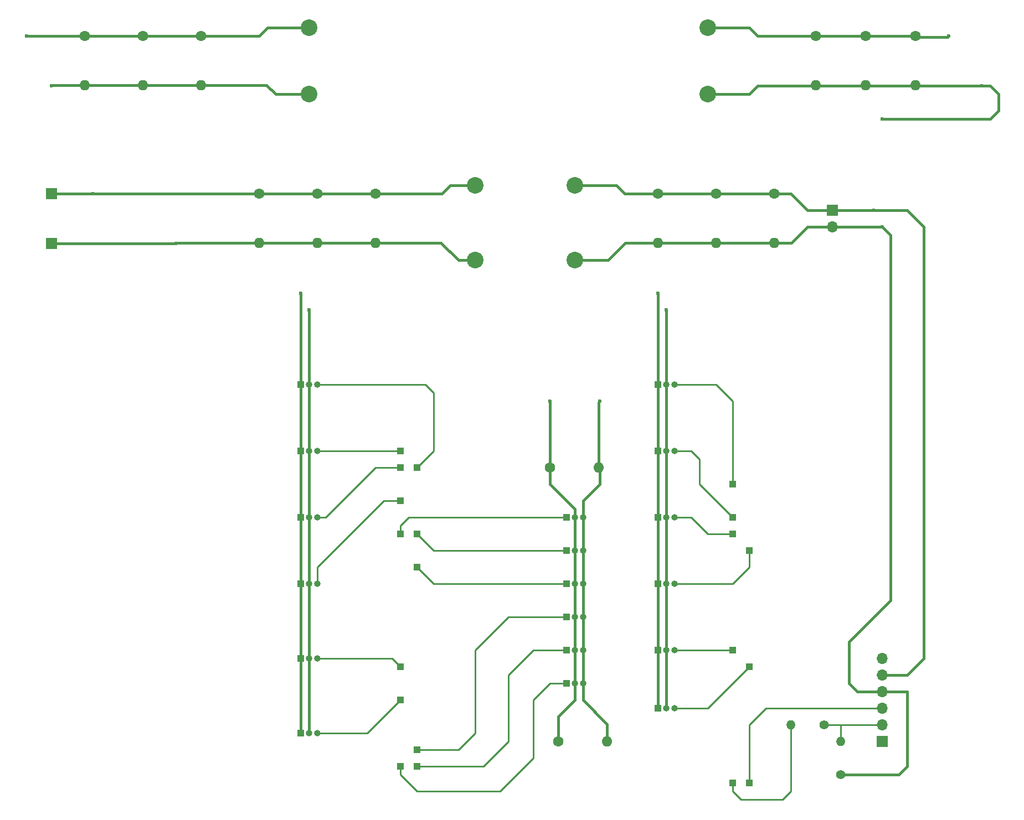
<source format=gbr>
G04 #@! TF.FileFunction,Copper,L1,Top,Signal*
%FSLAX46Y46*%
G04 Gerber Fmt 4.6, Leading zero omitted, Abs format (unit mm)*
G04 Created by KiCad (PCBNEW 4.0.7) date 11/30/18 16:36:38*
%MOMM*%
%LPD*%
G01*
G04 APERTURE LIST*
%ADD10C,0.100000*%
%ADD11C,2.540000*%
%ADD12R,1.700000X1.700000*%
%ADD13O,1.700000X1.700000*%
%ADD14C,1.400000*%
%ADD15O,1.400000X1.400000*%
%ADD16R,1.000000X1.000000*%
%ADD17O,1.000000X1.000000*%
%ADD18C,1.600000*%
%ADD19O,1.600000X1.600000*%
%ADD20C,0.600000*%
%ADD21C,0.250000*%
%ADD22C,0.400000*%
G04 APERTURE END LIST*
D10*
D11*
X95250000Y-27940000D03*
X156210000Y-27940000D03*
X156210000Y-38100000D03*
X95250000Y-38100000D03*
D12*
X182880000Y-137160000D03*
D13*
X182880000Y-134620000D03*
X182880000Y-132080000D03*
X182880000Y-129540000D03*
X182880000Y-127000000D03*
X182880000Y-124460000D03*
D12*
X175260000Y-55880000D03*
D13*
X175260000Y-58420000D03*
D14*
X173990000Y-134620000D03*
D15*
X168910000Y-134620000D03*
D14*
X176530000Y-142240000D03*
D15*
X176530000Y-137160000D03*
D16*
X162560000Y-143510000D03*
X109220000Y-125730000D03*
X160020000Y-97790000D03*
X160020000Y-102870000D03*
X160020000Y-105410000D03*
X109220000Y-140970000D03*
X111760000Y-140970000D03*
X111760000Y-138430000D03*
X160020000Y-123190000D03*
X162560000Y-125730000D03*
X160020000Y-143510000D03*
X109220000Y-95250000D03*
X111760000Y-95250000D03*
X109220000Y-92710000D03*
X109220000Y-130810000D03*
X162560000Y-107950000D03*
X111760000Y-110490000D03*
X109220000Y-105410000D03*
X111760000Y-105410000D03*
X109220000Y-100330000D03*
X134620000Y-102870000D03*
D17*
X135890000Y-102870000D03*
X137160000Y-102870000D03*
D16*
X134620000Y-113030000D03*
D17*
X135890000Y-113030000D03*
X137160000Y-113030000D03*
D16*
X134620000Y-107950000D03*
D17*
X135890000Y-107950000D03*
X137160000Y-107950000D03*
D16*
X134620000Y-123190000D03*
D17*
X135890000Y-123190000D03*
X137160000Y-123190000D03*
D16*
X134620000Y-118110000D03*
D17*
X135890000Y-118110000D03*
X137160000Y-118110000D03*
D16*
X134620000Y-128270000D03*
D17*
X135890000Y-128270000D03*
X137160000Y-128270000D03*
D16*
X148590000Y-82550000D03*
D17*
X149860000Y-82550000D03*
X151130000Y-82550000D03*
D16*
X93980000Y-124460000D03*
D17*
X95250000Y-124460000D03*
X96520000Y-124460000D03*
D16*
X148590000Y-102870000D03*
D17*
X149860000Y-102870000D03*
X151130000Y-102870000D03*
D16*
X148590000Y-92710000D03*
D17*
X149860000Y-92710000D03*
X151130000Y-92710000D03*
D16*
X148590000Y-132080000D03*
D17*
X149860000Y-132080000D03*
X151130000Y-132080000D03*
D16*
X148590000Y-123190000D03*
D17*
X149860000Y-123190000D03*
X151130000Y-123190000D03*
D16*
X93980000Y-92710000D03*
D17*
X95250000Y-92710000D03*
X96520000Y-92710000D03*
D16*
X93980000Y-113030000D03*
D17*
X95250000Y-113030000D03*
X96520000Y-113030000D03*
D16*
X93980000Y-135890000D03*
D17*
X95250000Y-135890000D03*
X96520000Y-135890000D03*
D16*
X93980000Y-102870000D03*
D17*
X95250000Y-102870000D03*
X96520000Y-102870000D03*
D16*
X93980000Y-82550000D03*
D17*
X95250000Y-82550000D03*
X96520000Y-82550000D03*
D16*
X148590000Y-113030000D03*
D17*
X149860000Y-113030000D03*
X151130000Y-113030000D03*
D18*
X78740000Y-29210000D03*
D19*
X78740000Y-36710000D03*
D18*
X69850000Y-29210000D03*
D19*
X69850000Y-36710000D03*
D18*
X157480000Y-53340000D03*
D19*
X157480000Y-60840000D03*
D18*
X166370000Y-53340000D03*
D19*
X166370000Y-60840000D03*
D18*
X148590000Y-53340000D03*
D19*
X148590000Y-60840000D03*
D18*
X187960000Y-29210000D03*
D19*
X187960000Y-36710000D03*
D18*
X180340000Y-29210000D03*
D19*
X180340000Y-36710000D03*
D18*
X172720000Y-29210000D03*
D19*
X172720000Y-36710000D03*
D18*
X105410000Y-53340000D03*
D19*
X105410000Y-60840000D03*
D18*
X60960000Y-29210000D03*
D19*
X60960000Y-36710000D03*
D18*
X96520000Y-53340000D03*
D19*
X96520000Y-60840000D03*
D18*
X87630000Y-53340000D03*
D19*
X87630000Y-60840000D03*
D18*
X132080000Y-95250000D03*
D19*
X139580000Y-95250000D03*
D18*
X133350000Y-137160000D03*
D19*
X140850000Y-137160000D03*
D11*
X135890000Y-63500000D03*
X120650000Y-63500000D03*
X120650000Y-52070000D03*
X135890000Y-52070000D03*
D12*
X55880000Y-53340000D03*
X55880000Y-60960000D03*
D20*
X132080000Y-85090000D03*
X193040000Y-29210000D03*
X182880000Y-41910000D03*
X198120000Y-36830000D03*
X139700000Y-85090000D03*
X95250000Y-71120000D03*
X149860000Y-71120000D03*
X182880000Y-58420000D03*
X52070000Y-29210000D03*
X62230000Y-53340000D03*
X74930000Y-60960000D03*
X55880000Y-36830000D03*
X148590000Y-68580000D03*
X93980000Y-68580000D03*
X181610000Y-55880000D03*
D21*
X182880000Y-132080000D02*
X165100000Y-132080000D01*
X162560000Y-134620000D02*
X165100000Y-132080000D01*
X162560000Y-134620000D02*
X162560000Y-143510000D01*
D22*
X162560000Y-38100000D02*
X156210000Y-38100000D01*
X132080000Y-95250000D02*
X132080000Y-97790000D01*
X135890000Y-101600000D02*
X135890000Y-102870000D01*
X132080000Y-97790000D02*
X135890000Y-101600000D01*
X135890000Y-102870000D02*
X135890000Y-128270000D01*
X135890000Y-128270000D02*
X135890000Y-130810000D01*
X135890000Y-130810000D02*
X133350000Y-133350000D01*
X133350000Y-133350000D02*
X133350000Y-137160000D01*
X132080000Y-85090000D02*
X132080000Y-95250000D01*
X192920000Y-29330000D02*
X193040000Y-29210000D01*
X187960000Y-29330000D02*
X192920000Y-29330000D01*
X163830000Y-29210000D02*
X187840000Y-29210000D01*
X187840000Y-29210000D02*
X187960000Y-29330000D01*
X162560000Y-27940000D02*
X163830000Y-29210000D01*
X163830000Y-36830000D02*
X162560000Y-38100000D01*
X199390000Y-36830000D02*
X198120000Y-36830000D01*
X200660000Y-38100000D02*
X199390000Y-36830000D01*
X200660000Y-40640000D02*
X200660000Y-38100000D01*
X199390000Y-41910000D02*
X200660000Y-40640000D01*
X196850000Y-41910000D02*
X199390000Y-41910000D01*
X182880000Y-41910000D02*
X196850000Y-41910000D01*
X193040000Y-36830000D02*
X198120000Y-36830000D01*
X187960000Y-36830000D02*
X193040000Y-36830000D01*
X139580000Y-85210000D02*
X139580000Y-95250000D01*
X139700000Y-85090000D02*
X139580000Y-85210000D01*
X172720000Y-36830000D02*
X163830000Y-36830000D01*
X187960000Y-36830000D02*
X172720000Y-36830000D01*
X182880000Y-129540000D02*
X186690000Y-129540000D01*
X185420000Y-142240000D02*
X176530000Y-142240000D01*
X186690000Y-140970000D02*
X185420000Y-142240000D01*
X186690000Y-129540000D02*
X186690000Y-140970000D01*
X182880000Y-58420000D02*
X184150000Y-59690000D01*
X179070000Y-129540000D02*
X182880000Y-129540000D01*
X177800000Y-128270000D02*
X179070000Y-129540000D01*
X177800000Y-121920000D02*
X177800000Y-128270000D01*
X184150000Y-115570000D02*
X177800000Y-121920000D01*
X184150000Y-59690000D02*
X184150000Y-115570000D01*
X95250000Y-38100000D02*
X90170000Y-38100000D01*
X90170000Y-38100000D02*
X88780000Y-36710000D01*
X95250000Y-71120000D02*
X95250000Y-82550000D01*
X181610000Y-58420000D02*
X182880000Y-58420000D01*
X175260000Y-58420000D02*
X181610000Y-58420000D01*
X149860000Y-71120000D02*
X149860000Y-82550000D01*
X149860000Y-82550000D02*
X149860000Y-132080000D01*
X166370000Y-60840000D02*
X169030000Y-60840000D01*
X171450000Y-58420000D02*
X175260000Y-58420000D01*
X169030000Y-60840000D02*
X171450000Y-58420000D01*
X135890000Y-63500000D02*
X140970000Y-63500000D01*
X143630000Y-60840000D02*
X166370000Y-60840000D01*
X140970000Y-63500000D02*
X143630000Y-60840000D01*
X95250000Y-82550000D02*
X95250000Y-135890000D01*
X140850000Y-137160000D02*
X140850000Y-134500000D01*
X137160000Y-130810000D02*
X137160000Y-123190000D01*
X140850000Y-134500000D02*
X137160000Y-130810000D01*
X137160000Y-123190000D02*
X137160000Y-102870000D01*
X137160000Y-102870000D02*
X137160000Y-100330000D01*
X137160000Y-100330000D02*
X139700000Y-97790000D01*
X139700000Y-97790000D02*
X139700000Y-95370000D01*
X139700000Y-95370000D02*
X139580000Y-95250000D01*
X62230000Y-53340000D02*
X55880000Y-53340000D01*
X87630000Y-53340000D02*
X62230000Y-53340000D01*
X52070000Y-29210000D02*
X60960000Y-29210000D01*
X60960000Y-29210000D02*
X87630000Y-29210000D01*
X87630000Y-29210000D02*
X88900000Y-27940000D01*
X88900000Y-27940000D02*
X95250000Y-27940000D01*
X87630000Y-53340000D02*
X105410000Y-53340000D01*
X105410000Y-53340000D02*
X115570000Y-53340000D01*
X115570000Y-53340000D02*
X116840000Y-52070000D01*
X116840000Y-52070000D02*
X120650000Y-52070000D01*
X74930000Y-60960000D02*
X55880000Y-60960000D01*
X88780000Y-36710000D02*
X60960000Y-36710000D01*
X60960000Y-36710000D02*
X56000000Y-36710000D01*
X75050000Y-60840000D02*
X87630000Y-60840000D01*
X74930000Y-60960000D02*
X75050000Y-60840000D01*
X56000000Y-36710000D02*
X55880000Y-36830000D01*
X156210000Y-27940000D02*
X162560000Y-27940000D01*
X87630000Y-60840000D02*
X115450000Y-60840000D01*
X118110000Y-63500000D02*
X120650000Y-63500000D01*
X115450000Y-60840000D02*
X118110000Y-63500000D01*
X148590000Y-82550000D02*
X148590000Y-68580000D01*
X182880000Y-127000000D02*
X186690000Y-127000000D01*
X186690000Y-55880000D02*
X181610000Y-55880000D01*
X189230000Y-58420000D02*
X186690000Y-55880000D01*
X189230000Y-124460000D02*
X189230000Y-58420000D01*
X186690000Y-127000000D02*
X189230000Y-124460000D01*
X93980000Y-82550000D02*
X93980000Y-68580000D01*
X168910000Y-53340000D02*
X171450000Y-55880000D01*
X171450000Y-55880000D02*
X173990000Y-55880000D01*
X168910000Y-53340000D02*
X167640000Y-53340000D01*
X173990000Y-55880000D02*
X180340000Y-55880000D01*
X181610000Y-55880000D02*
X180340000Y-55880000D01*
X137160000Y-52070000D02*
X142240000Y-52070000D01*
X142240000Y-52070000D02*
X143510000Y-53340000D01*
X143510000Y-53340000D02*
X167640000Y-53340000D01*
X148590000Y-132080000D02*
X148590000Y-82550000D01*
X93980000Y-82550000D02*
X93980000Y-135890000D01*
D21*
X160020000Y-113030000D02*
X162560000Y-110490000D01*
X151130000Y-113030000D02*
X160020000Y-113030000D01*
X162560000Y-110490000D02*
X162560000Y-107950000D01*
X96520000Y-82550000D02*
X113030000Y-82550000D01*
X114300000Y-92710000D02*
X111760000Y-95250000D01*
X114300000Y-83820000D02*
X114300000Y-92710000D01*
X113030000Y-82550000D02*
X114300000Y-83820000D01*
X109220000Y-95250000D02*
X105410000Y-95250000D01*
X97790000Y-102870000D02*
X96520000Y-102870000D01*
X105410000Y-95250000D02*
X97790000Y-102870000D01*
X109220000Y-130810000D02*
X104140000Y-135890000D01*
X104140000Y-135890000D02*
X96520000Y-135890000D01*
X109220000Y-100330000D02*
X106680000Y-100330000D01*
X96520000Y-110490000D02*
X96520000Y-113030000D01*
X106680000Y-100330000D02*
X96520000Y-110490000D01*
X109220000Y-92710000D02*
X96520000Y-92710000D01*
X160020000Y-123190000D02*
X154940000Y-123190000D01*
X154940000Y-123190000D02*
X151130000Y-123190000D01*
X162560000Y-125730000D02*
X156210000Y-132080000D01*
X151130000Y-132080000D02*
X154940000Y-132080000D01*
X156210000Y-132080000D02*
X154940000Y-132080000D01*
X154940000Y-95250000D02*
X154940000Y-93980000D01*
X153670000Y-92710000D02*
X151130000Y-92710000D01*
X154940000Y-93980000D02*
X153670000Y-92710000D01*
X160020000Y-102870000D02*
X154940000Y-97790000D01*
X154940000Y-97790000D02*
X154940000Y-95250000D01*
X151130000Y-102870000D02*
X153670000Y-102870000D01*
X156210000Y-105410000D02*
X160020000Y-105410000D01*
X153670000Y-102870000D02*
X156210000Y-105410000D01*
X96520000Y-124460000D02*
X107950000Y-124460000D01*
X107950000Y-124460000D02*
X109220000Y-125730000D01*
X158750000Y-83820000D02*
X157480000Y-82550000D01*
X160020000Y-85090000D02*
X158750000Y-83820000D01*
X160020000Y-97790000D02*
X160020000Y-85090000D01*
X157480000Y-82550000D02*
X151130000Y-82550000D01*
X109220000Y-140970000D02*
X109220000Y-142240000D01*
X132080000Y-128270000D02*
X134620000Y-128270000D01*
X129540000Y-130810000D02*
X132080000Y-128270000D01*
X129540000Y-139700000D02*
X129540000Y-130810000D01*
X124460000Y-144780000D02*
X129540000Y-139700000D01*
X111760000Y-144780000D02*
X124460000Y-144780000D01*
X109220000Y-142240000D02*
X111760000Y-144780000D01*
X118110000Y-138430000D02*
X120650000Y-135890000D01*
X111760000Y-138430000D02*
X118110000Y-138430000D01*
X125730000Y-118110000D02*
X134620000Y-118110000D01*
X120650000Y-123190000D02*
X125730000Y-118110000D01*
X120650000Y-135890000D02*
X120650000Y-123190000D01*
X121920000Y-140970000D02*
X125730000Y-137160000D01*
X111760000Y-140970000D02*
X121920000Y-140970000D01*
X129540000Y-123190000D02*
X134620000Y-123190000D01*
X125730000Y-127000000D02*
X129540000Y-123190000D01*
X125730000Y-137160000D02*
X125730000Y-127000000D01*
X134620000Y-107950000D02*
X115570000Y-107950000D01*
X114300000Y-107950000D02*
X111760000Y-105410000D01*
X115570000Y-107950000D02*
X114300000Y-107950000D01*
X134620000Y-113030000D02*
X114300000Y-113030000D01*
X114300000Y-113030000D02*
X111760000Y-110490000D01*
X109220000Y-105410000D02*
X109220000Y-104140000D01*
X110490000Y-102870000D02*
X134620000Y-102870000D01*
X109220000Y-104140000D02*
X110490000Y-102870000D01*
X182880000Y-134620000D02*
X176530000Y-134620000D01*
X176530000Y-137160000D02*
X176530000Y-134620000D01*
X176530000Y-134620000D02*
X173990000Y-134620000D01*
X161290000Y-146050000D02*
X167640000Y-146050000D01*
X161290000Y-146050000D02*
X160020000Y-144780000D01*
X160020000Y-143510000D02*
X160020000Y-144780000D01*
X168910000Y-144780000D02*
X168910000Y-134620000D01*
X167640000Y-146050000D02*
X168910000Y-144780000D01*
M02*

</source>
